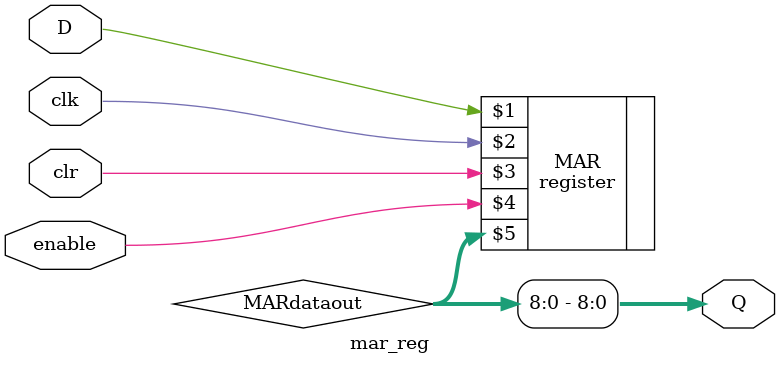
<source format=v>
module mar_reg(input wire clk, clr, enable, D, output [8:0] Q);
	wire [31:0] MARdataout;
	register MAR(D, clk, clr, enable, MARdataout);
	assign Q = MARdataout[8:0];
endmodule

</source>
